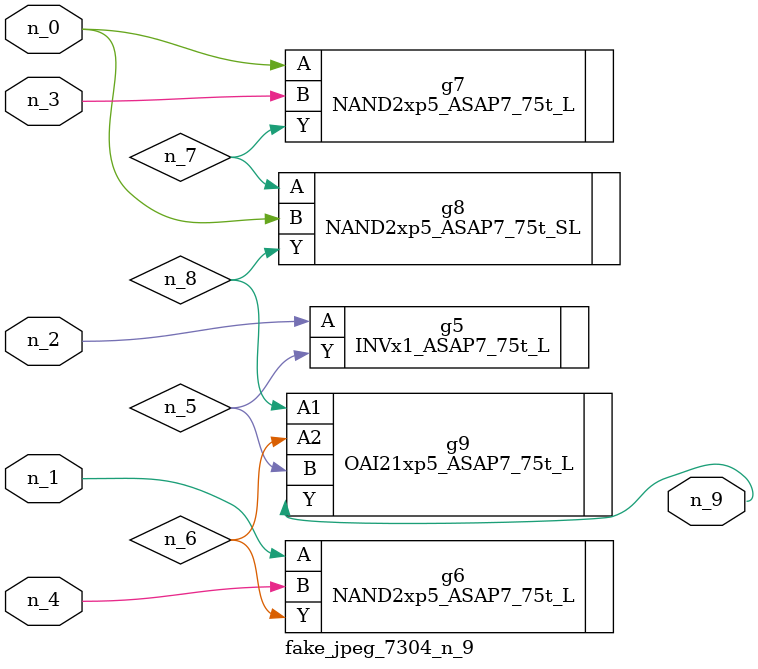
<source format=v>
module fake_jpeg_7304_n_9 (n_3, n_2, n_1, n_0, n_4, n_9);

input n_3;
input n_2;
input n_1;
input n_0;
input n_4;

output n_9;

wire n_8;
wire n_6;
wire n_5;
wire n_7;

INVx1_ASAP7_75t_L g5 ( 
.A(n_2),
.Y(n_5)
);

NAND2xp5_ASAP7_75t_L g6 ( 
.A(n_1),
.B(n_4),
.Y(n_6)
);

NAND2xp5_ASAP7_75t_L g7 ( 
.A(n_0),
.B(n_3),
.Y(n_7)
);

NAND2xp5_ASAP7_75t_SL g8 ( 
.A(n_7),
.B(n_0),
.Y(n_8)
);

OAI21xp5_ASAP7_75t_L g9 ( 
.A1(n_8),
.A2(n_6),
.B(n_5),
.Y(n_9)
);


endmodule
</source>
